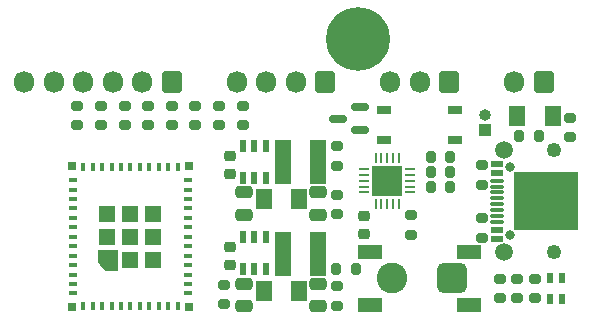
<source format=gbr>
%TF.GenerationSoftware,KiCad,Pcbnew,(6.0.2-0)*%
%TF.CreationDate,2022-02-22T18:38:15+00:00*%
%TF.ProjectId,Access2,41636365-7373-4322-9e6b-696361645f70,3*%
%TF.SameCoordinates,Original*%
%TF.FileFunction,Soldermask,Top*%
%TF.FilePolarity,Negative*%
%FSLAX46Y46*%
G04 Gerber Fmt 4.6, Leading zero omitted, Abs format (unit mm)*
G04 Created by KiCad (PCBNEW (6.0.2-0)) date 2022-02-22 18:38:15*
%MOMM*%
%LPD*%
G01*
G04 APERTURE LIST*
G04 Aperture macros list*
%AMRoundRect*
0 Rectangle with rounded corners*
0 $1 Rounding radius*
0 $2 $3 $4 $5 $6 $7 $8 $9 X,Y pos of 4 corners*
0 Add a 4 corners polygon primitive as box body*
4,1,4,$2,$3,$4,$5,$6,$7,$8,$9,$2,$3,0*
0 Add four circle primitives for the rounded corners*
1,1,$1+$1,$2,$3*
1,1,$1+$1,$4,$5*
1,1,$1+$1,$6,$7*
1,1,$1+$1,$8,$9*
0 Add four rect primitives between the rounded corners*
20,1,$1+$1,$2,$3,$4,$5,0*
20,1,$1+$1,$4,$5,$6,$7,0*
20,1,$1+$1,$6,$7,$8,$9,0*
20,1,$1+$1,$8,$9,$2,$3,0*%
G04 Aperture macros list end*
%ADD10C,0.010000*%
%ADD11RoundRect,0.250000X0.600000X0.675000X-0.600000X0.675000X-0.600000X-0.675000X0.600000X-0.675000X0*%
%ADD12O,1.700000X1.850000*%
%ADD13RoundRect,0.062500X0.062500X-0.350000X0.062500X0.350000X-0.062500X0.350000X-0.062500X-0.350000X0*%
%ADD14RoundRect,0.062500X0.350000X-0.062500X0.350000X0.062500X-0.350000X0.062500X-0.350000X-0.062500X0*%
%ADD15R,2.500000X2.500000*%
%ADD16RoundRect,0.200000X0.200000X0.275000X-0.200000X0.275000X-0.200000X-0.275000X0.200000X-0.275000X0*%
%ADD17R,2.000000X1.300000*%
%ADD18RoundRect,0.200000X-0.275000X0.200000X-0.275000X-0.200000X0.275000X-0.200000X0.275000X0.200000X0*%
%ADD19RoundRect,0.200000X0.275000X-0.200000X0.275000X0.200000X-0.275000X0.200000X-0.275000X-0.200000X0*%
%ADD20R,0.500000X0.850000*%
%ADD21R,1.140000X0.600000*%
%ADD22RoundRect,0.075000X0.495000X-0.075000X0.495000X0.075000X-0.495000X0.075000X-0.495000X-0.075000X0*%
%ADD23C,0.800000*%
%ADD24C,1.500000*%
%ADD25R,5.490000X5.000000*%
%ADD26C,1.250000*%
%ADD27RoundRect,0.225000X0.250000X-0.225000X0.250000X0.225000X-0.250000X0.225000X-0.250000X-0.225000X0*%
%ADD28RoundRect,0.249375X-0.463125X-0.625625X0.463125X-0.625625X0.463125X0.625625X-0.463125X0.625625X0*%
%ADD29R,0.600000X1.100000*%
%ADD30R,1.425000X3.700000*%
%ADD31RoundRect,0.250000X-0.475000X0.250000X-0.475000X-0.250000X0.475000X-0.250000X0.475000X0.250000X0*%
%ADD32R,0.400000X0.800000*%
%ADD33R,0.800000X0.400000*%
%ADD34R,1.450000X1.450000*%
%ADD35R,0.700000X0.700000*%
%ADD36C,5.400000*%
%ADD37RoundRect,0.200000X-0.200000X-0.275000X0.200000X-0.275000X0.200000X0.275000X-0.200000X0.275000X0*%
%ADD38R,1.000000X1.000000*%
%ADD39O,1.000000X1.000000*%
%ADD40R,1.200000X0.800000*%
%ADD41RoundRect,0.150000X0.587500X0.150000X-0.587500X0.150000X-0.587500X-0.150000X0.587500X-0.150000X0*%
%ADD42RoundRect,0.250001X-0.462499X-0.624999X0.462499X-0.624999X0.462499X0.624999X-0.462499X0.624999X0*%
%ADD43RoundRect,0.225000X-0.250000X0.225000X-0.250000X-0.225000X0.250000X-0.225000X0.250000X0.225000X0*%
%ADD44RoundRect,0.650000X0.650000X0.650000X-0.650000X0.650000X-0.650000X-0.650000X0.650000X-0.650000X0*%
%ADD45C,2.600000*%
G04 APERTURE END LIST*
D10*
%TO.C,U1*%
X110875000Y-86875000D02*
X109225000Y-86875000D01*
X109225000Y-86875000D02*
X109225000Y-87925000D01*
X109225000Y-87925000D02*
X109825000Y-88525000D01*
X109825000Y-88525000D02*
X110875000Y-88525000D01*
X110875000Y-88525000D02*
X110875000Y-86875000D01*
G36*
X110875000Y-88525000D02*
G01*
X109825000Y-88525000D01*
X109225000Y-87925000D01*
X109225000Y-86875000D01*
X110875000Y-86875000D01*
X110875000Y-88525000D01*
G37*
X110875000Y-88525000D02*
X109825000Y-88525000D01*
X109225000Y-87925000D01*
X109225000Y-86875000D01*
X110875000Y-86875000D01*
X110875000Y-88525000D01*
%TD*%
D11*
%TO.C,J5*%
X147000000Y-72650000D03*
D12*
X144500000Y-72650000D03*
%TD*%
D11*
%TO.C,J6*%
X139000000Y-72650000D03*
D12*
X136500000Y-72650000D03*
X134000000Y-72650000D03*
%TD*%
D11*
%TO.C,J2*%
X128500000Y-72650000D03*
D12*
X126000000Y-72650000D03*
X123500000Y-72650000D03*
X121000000Y-72650000D03*
%TD*%
D11*
%TO.C,J3*%
X115500000Y-72650000D03*
D12*
X113000000Y-72650000D03*
X110500000Y-72650000D03*
X108000000Y-72650000D03*
X105500000Y-72650000D03*
X103000000Y-72650000D03*
%TD*%
D13*
%TO.C,U2*%
X132750000Y-82937500D03*
X133250000Y-82937500D03*
X133750000Y-82937500D03*
X134250000Y-82937500D03*
X134750000Y-82937500D03*
D14*
X135687500Y-82000000D03*
X135687500Y-81500000D03*
X135687500Y-81000000D03*
X135687500Y-80500000D03*
X135687500Y-80000000D03*
D13*
X134750000Y-79062500D03*
X134250000Y-79062500D03*
X133750000Y-79062500D03*
X133250000Y-79062500D03*
X132750000Y-79062500D03*
D14*
X131812500Y-80000000D03*
X131812500Y-80500000D03*
X131812500Y-81000000D03*
X131812500Y-81500000D03*
X131812500Y-82000000D03*
D15*
X133750000Y-81000000D03*
%TD*%
D16*
%TO.C,R16*%
X139075000Y-79000000D03*
X137425000Y-79000000D03*
%TD*%
D17*
%TO.C,SW1*%
X132300000Y-91500000D03*
X132300000Y-87000000D03*
X140700000Y-87000000D03*
X140700000Y-91500000D03*
%TD*%
D18*
%TO.C,R10*%
X113500000Y-74675000D03*
X113500000Y-76325000D03*
%TD*%
D19*
%TO.C,R18*%
X146250000Y-90950000D03*
X146250000Y-89300000D03*
%TD*%
%TO.C,R24*%
X129500000Y-83825000D03*
X129500000Y-82175000D03*
%TD*%
D20*
%TO.C,D5*%
X148500000Y-89250000D03*
X148500000Y-91000000D03*
X147500000Y-91000000D03*
X147500000Y-89250000D03*
%TD*%
D21*
%TO.C,J1*%
X143075000Y-85950000D03*
X143075000Y-85150000D03*
D22*
X143075000Y-84000000D03*
X143075000Y-83000000D03*
X143075000Y-82500000D03*
X143075000Y-81500000D03*
D21*
X143075000Y-79550000D03*
X143075000Y-80350000D03*
D22*
X143075000Y-81000000D03*
X143075000Y-82000000D03*
X143075000Y-83500000D03*
X143075000Y-84500000D03*
D23*
X144145000Y-85640000D03*
D24*
X143655000Y-87070000D03*
D23*
X144145000Y-79860000D03*
D25*
X147190000Y-82750000D03*
D26*
X147825000Y-78430000D03*
X147825000Y-87070000D03*
D24*
X143655000Y-78430000D03*
%TD*%
D19*
%TO.C,R23*%
X129500000Y-91575000D03*
X129500000Y-89925000D03*
%TD*%
D27*
%TO.C,U5*%
X120400000Y-80425000D03*
D28*
X123297500Y-82570000D03*
D29*
X123450000Y-78050000D03*
D27*
X120400000Y-78875000D03*
D30*
X124900000Y-79450000D03*
D29*
X123450000Y-80750000D03*
X121550000Y-80750000D03*
X122500000Y-80750000D03*
D31*
X121650000Y-82000000D03*
X121650000Y-83900000D03*
D29*
X122500000Y-78050000D03*
D28*
X126262500Y-82570000D03*
D31*
X127900000Y-83900000D03*
X127900000Y-82000000D03*
D30*
X127900000Y-79450000D03*
D29*
X121550000Y-78050000D03*
%TD*%
D18*
%TO.C,R2*%
X149250000Y-75675000D03*
X149250000Y-77325000D03*
%TD*%
D32*
%TO.C,U1*%
X108000000Y-91650000D03*
X108800000Y-91650000D03*
X109600000Y-91650000D03*
X110400000Y-91650000D03*
X111200000Y-91650000D03*
X112000000Y-91650000D03*
X112800000Y-91650000D03*
X113600000Y-91650000D03*
X114400000Y-91650000D03*
X115200000Y-91650000D03*
X116000000Y-91650000D03*
D33*
X116900000Y-90550000D03*
X116900000Y-89750000D03*
X116900000Y-88950000D03*
X116900000Y-88150000D03*
X116900000Y-87350000D03*
X116900000Y-86550000D03*
X116900000Y-85750000D03*
X116900000Y-84950000D03*
X116900000Y-84150000D03*
X116900000Y-83350000D03*
X116900000Y-82550000D03*
X116900000Y-81750000D03*
X116900000Y-80950000D03*
D32*
X116000000Y-79850000D03*
X115200000Y-79850000D03*
X114400000Y-79850000D03*
X113600000Y-79850000D03*
X112800000Y-79850000D03*
X112000000Y-79850000D03*
X111200000Y-79850000D03*
X110400000Y-79850000D03*
X109600000Y-79850000D03*
X108800000Y-79850000D03*
X108000000Y-79850000D03*
D33*
X107100000Y-80950000D03*
X107100000Y-81750000D03*
X107100000Y-82550000D03*
X107100000Y-83350000D03*
X107100000Y-84150000D03*
X107100000Y-84950000D03*
X107100000Y-85750000D03*
X107100000Y-86550000D03*
X107100000Y-87350000D03*
X107100000Y-88150000D03*
X107100000Y-88950000D03*
X107100000Y-89750000D03*
X107100000Y-90550000D03*
D34*
X112000000Y-85750000D03*
D35*
X107050000Y-79800000D03*
X116950000Y-79800000D03*
X116950000Y-91700000D03*
X107050000Y-91700000D03*
D34*
X112000000Y-87700000D03*
X113950000Y-87700000D03*
X113950000Y-85750000D03*
X113950000Y-83800000D03*
X112000000Y-83800000D03*
X110050000Y-83800000D03*
X110050000Y-85750000D03*
%TD*%
D18*
%TO.C,R8*%
X117500000Y-74675000D03*
X117500000Y-76325000D03*
%TD*%
D36*
%TO.C,U6*%
X131250000Y-69000000D03*
%TD*%
D18*
%TO.C,R20*%
X119950000Y-89825000D03*
X119950000Y-91475000D03*
%TD*%
D37*
%TO.C,R15*%
X137425000Y-81500000D03*
X139075000Y-81500000D03*
%TD*%
D18*
%TO.C,R9*%
X115500000Y-74675000D03*
X115500000Y-76325000D03*
%TD*%
D38*
%TO.C,JP1*%
X142000000Y-76750000D03*
D39*
X142000000Y-75480000D03*
%TD*%
D18*
%TO.C,R22*%
X129500000Y-78075000D03*
X129500000Y-79725000D03*
%TD*%
D19*
%TO.C,R17*%
X143250000Y-90950000D03*
X143250000Y-89300000D03*
%TD*%
D18*
%TO.C,R5*%
X141750000Y-79675000D03*
X141750000Y-81325000D03*
%TD*%
%TO.C,R12*%
X109500000Y-74675000D03*
X109500000Y-76325000D03*
%TD*%
%TO.C,R1*%
X135750000Y-83925000D03*
X135750000Y-85575000D03*
%TD*%
D16*
%TO.C,R21*%
X131075000Y-88500000D03*
X129425000Y-88500000D03*
%TD*%
D18*
%TO.C,R4*%
X141750000Y-84175000D03*
X141750000Y-85825000D03*
%TD*%
%TO.C,R6*%
X121500000Y-74675000D03*
X121500000Y-76325000D03*
%TD*%
D40*
%TO.C,U3*%
X139500000Y-77520000D03*
X139500000Y-74980000D03*
X133500000Y-74980000D03*
X133500000Y-77520000D03*
%TD*%
D41*
%TO.C,Q1*%
X131437500Y-76700000D03*
X131437500Y-74800000D03*
X129562500Y-75750000D03*
%TD*%
D16*
%TO.C,R3*%
X146575000Y-77250000D03*
X144925000Y-77250000D03*
%TD*%
D42*
%TO.C,D8*%
X144762500Y-75500000D03*
X147737500Y-75500000D03*
%TD*%
D18*
%TO.C,R7*%
X119500000Y-74675000D03*
X119500000Y-76325000D03*
%TD*%
D27*
%TO.C,U4*%
X120400000Y-88175000D03*
D30*
X124900000Y-87200000D03*
D29*
X123450000Y-88500000D03*
X123450000Y-85800000D03*
D28*
X123297500Y-90320000D03*
D27*
X120400000Y-86625000D03*
D29*
X121550000Y-88500000D03*
X122500000Y-88500000D03*
D31*
X121650000Y-89750000D03*
X127900000Y-91650000D03*
D29*
X122500000Y-85800000D03*
D28*
X126262500Y-90320000D03*
D31*
X121650000Y-91650000D03*
D30*
X127900000Y-87200000D03*
D31*
X127900000Y-89750000D03*
D29*
X121550000Y-85800000D03*
%TD*%
D18*
%TO.C,R11*%
X111500000Y-74675000D03*
X111500000Y-76325000D03*
%TD*%
D43*
%TO.C,C1*%
X131750000Y-83975000D03*
X131750000Y-85525000D03*
%TD*%
D18*
%TO.C,R13*%
X107500000Y-74675000D03*
X107500000Y-76325000D03*
%TD*%
D37*
%TO.C,R14*%
X137425000Y-80250000D03*
X139075000Y-80250000D03*
%TD*%
D19*
%TO.C,R19*%
X144750000Y-90950000D03*
X144750000Y-89300000D03*
%TD*%
D44*
%TO.C,J4*%
X139250000Y-89250000D03*
D45*
X134170000Y-89250000D03*
%TD*%
M02*

</source>
